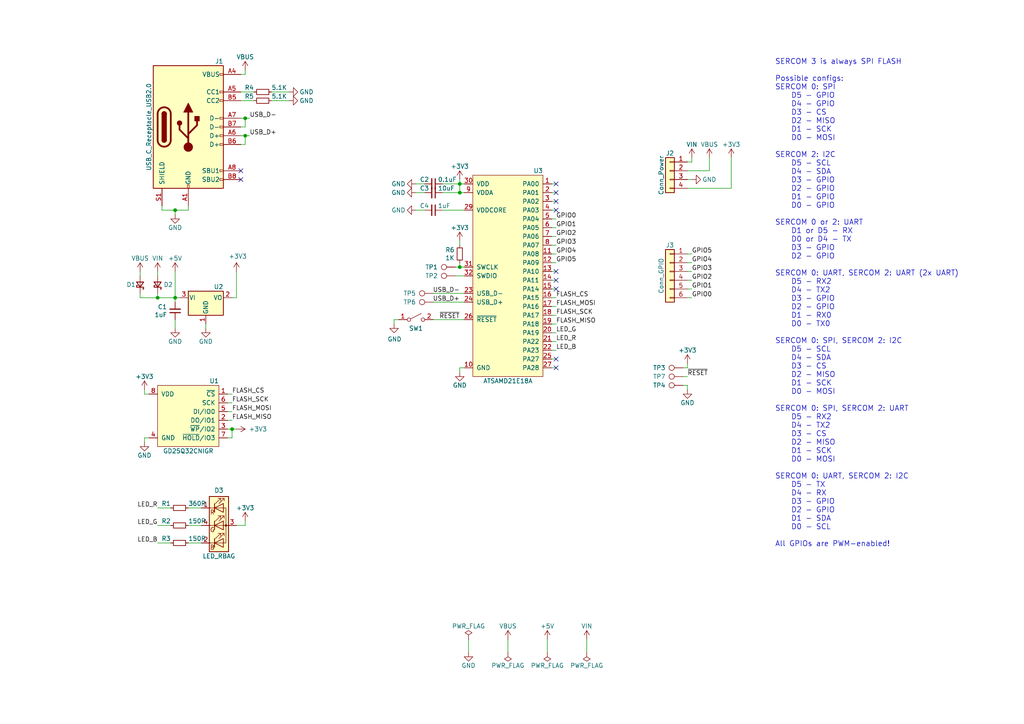
<source format=kicad_sch>
(kicad_sch (version 20230121) (generator eeschema)
  (paper "A4")
  (title_block (title "Serpente") (rev "2"))
  (lib_symbols
    (symbol "Connector:TestPoint" (pin_numbers hide) (pin_names (offset 0.762) hide)
      (property "Reference" "TP" (at 0 6.858 0))
      (property "Value" "TestPoint" (at 0 5.08 0))
      (symbol "TestPoint_0_1"
        (circle (center 0 3.302) (radius 0.762))
      )
      (symbol "TestPoint_1_1"
        (pin passive line (at 0 0 90) (length 2.54) (name "1") (number "1"))
      )
    )
    (symbol "Connector_Generic:Conn_01x04" (pin_names (offset 1.016) hide)
      (property "Reference" "J" (at 0 5.08 0))
      (property "Value" "Conn_01x04" (at 0 -7.62 0))
      (symbol "Conn_01x04_1_1"
        (rectangle (start -1.27 -4.953) (end 0 -5.207) (stroke (width 0.1524)))
        (rectangle (start -1.27 -2.413) (end 0 -2.667) (stroke (width 0.1524)))
        (rectangle (start -1.27 0.127) (end 0 -0.127) (stroke (width 0.1524)))
        (rectangle (start -1.27 2.667) (end 0 2.413) (stroke (width 0.1524)))
        (rectangle (start -1.27 3.81) (end 1.27 -6.35) (stroke (width 0.254)) (fill (type background)))
        (pin passive line (at -5.08 2.54 0) (length 3.81) (name "Pin_1") (number "1"))
        (pin passive line (at -5.08 0 0) (length 3.81) (name "Pin_2") (number "2"))
        (pin passive line (at -5.08 -2.54 0) (length 3.81) (name "Pin_3") (number "3"))
        (pin passive line (at -5.08 -5.08 0) (length 3.81) (name "Pin_4") (number "4"))
      )
    )
    (symbol "Connector_Generic:Conn_01x06" (pin_names (offset 1.016) hide)
      (property "Reference" "J" (at 0 7.62 0))
      (property "Value" "Conn_01x06" (at 0 -10.16 0))
      (symbol "Conn_01x06_1_1"
        (rectangle (start -1.27 -7.493) (end 0 -7.747) (stroke (width 0.1524)))
        (rectangle (start -1.27 -4.953) (end 0 -5.207) (stroke (width 0.1524)))
        (rectangle (start -1.27 -2.413) (end 0 -2.667) (stroke (width 0.1524)))
        (rectangle (start -1.27 0.127) (end 0 -0.127) (stroke (width 0.1524)))
        (rectangle (start -1.27 2.667) (end 0 2.413) (stroke (width 0.1524)))
        (rectangle (start -1.27 5.207) (end 0 4.953) (stroke (width 0.1524)))
        (rectangle (start -1.27 6.35) (end 1.27 -8.89) (stroke (width 0.254)) (fill (type background)))
        (pin passive line (at -5.08 5.08 0) (length 3.81) (name "Pin_1") (number "1"))
        (pin passive line (at -5.08 2.54 0) (length 3.81) (name "Pin_2") (number "2"))
        (pin passive line (at -5.08 0 0) (length 3.81) (name "Pin_3") (number "3"))
        (pin passive line (at -5.08 -2.54 0) (length 3.81) (name "Pin_4") (number "4"))
        (pin passive line (at -5.08 -5.08 0) (length 3.81) (name "Pin_5") (number "5"))
        (pin passive line (at -5.08 -7.62 0) (length 3.81) (name "Pin_6") (number "6"))
      )
    )
    (symbol "Device:C_Small" (pin_numbers hide) (pin_names (offset 0.254) hide)
      (property "Reference" "C" (at 0.254 1.778 0))
      (property "Value" "C_Small" (at 0.254 -2.032 0))
      (symbol "C_Small_0_1"
        (polyline (pts (xy -1.524 -0.508) (xy 1.524 -0.508)) (stroke (width 0.3302)))
        (polyline (pts (xy -1.524 0.508) (xy 1.524 0.508)) (stroke (width 0.3048)))
      )
      (symbol "C_Small_1_1"
        (pin passive line (at 0 2.54 270) (length 2.032) (name "~") (number "1"))
        (pin passive line (at 0 -2.54 90) (length 2.032) (name "~") (number "2"))
      )
    )
    (symbol "Device:D_Schottky_Small" (pin_numbers hide) (pin_names (offset 0.254) hide)
      (property "Reference" "D" (at -1.27 2.032 0))
      (property "Value" "D_Schottky_Small" (at -7.112 -2.032 0))
      (symbol "D_Schottky_Small_0_1"
        (polyline (pts (xy -0.762 0) (xy 0.762 0)))
        (polyline (pts (xy 0.762 -1.016) (xy -0.762 0) (xy 0.762 1.016) (xy 0.762 -1.016)) (stroke (width 0.254)))
        (polyline (pts (xy -1.27 0.762) (xy -1.27 1.016) (xy -0.762 1.016) (xy -0.762 -1.016) (xy -0.254 -1.016) (xy -0.254 -0.762)) (stroke (width 0.254)))
      )
      (symbol "D_Schottky_Small_1_1"
        (pin passive line (at -2.54 0 0) (length 1.778) (name "K") (number "1"))
        (pin passive line (at 2.54 0 180) (length 1.778) (name "A") (number "2"))
      )
    )
    (symbol "Device:R_Small" (pin_numbers hide) (pin_names (offset 0.254) hide)
      (property "Reference" "R" (at 0.762 0.508 0))
      (property "Value" "R_Small" (at 0.762 -1.016 0))
      (symbol "R_Small_0_1"
        (rectangle (start -0.762 1.778) (end 0.762 -1.778) (stroke (width 0.2032)))
      )
      (symbol "R_Small_1_1"
        (pin passive line (at 0 2.54 270) (length 0.762) (name "~") (number "1"))
        (pin passive line (at 0 -2.54 90) (length 0.762) (name "~") (number "2"))
      )
    )
    (symbol "Switch:SW_SPST" (pin_names (offset 0) hide)
      (property "Reference" "SW" (at 0 3.175 0))
      (property "Value" "SW_SPST" (at 0 -2.54 0))
      (symbol "SW_SPST_0_0"
        (circle (center -2.032 0) (radius 0.508))
        (polyline (pts (xy -1.524 0.254) (xy 1.524 1.778)))
        (circle (center 2.032 0) (radius 0.508))
      )
      (symbol "SW_SPST_1_1"
        (pin passive line (at -5.08 0 0) (length 2.54) (name "A") (number "1"))
        (pin passive line (at 5.08 0 180) (length 2.54) (name "B") (number "2"))
      )
    )
    (symbol "power:+5V" (power) (pin_names (offset 0))
      (property "Value" "+5V" (at 0 3.556 0))
      (symbol "+5V_0_1"
        (polyline (pts (xy -0.762 1.27) (xy 0 2.54)))
        (polyline (pts (xy 0 0) (xy 0 2.54)))
        (polyline (pts (xy 0 2.54) (xy 0.762 1.27)))
      )
      (symbol "+5V_1_1"
        (pin power_in line (at 0 0 90) (length 0) hide (name "+5V") (number "1"))
      )
    )
    (symbol "power:GND" (power) (pin_names (offset 0))
      (property "Value" "GND" (at 0 -3.81 0))
      (symbol "GND_0_1"
        (polyline (pts (xy 0 0) (xy 0 -1.27) (xy 1.27 -1.27) (xy 0 -2.54) (xy -1.27 -1.27) (xy 0 -1.27)))
      )
      (symbol "GND_1_1"
        (pin power_in line (at 0 0 270) (length 0) hide (name "GND") (number "1"))
      )
    )
    (symbol "power:PWR_FLAG" (power) (pin_numbers hide) (pin_names (offset 0) hide)
      (property "Value" "PWR_FLAG" (at 0 3.81 0))
      (symbol "PWR_FLAG_0_0"
        (pin power_out line (at 0 0 90) (length 0) (name "pwr") (number "1"))
      )
      (symbol "PWR_FLAG_0_1"
        (polyline (pts (xy 0 0) (xy 0 1.27) (xy -1.016 1.905) (xy 0 2.54) (xy 1.016 1.905) (xy 0 1.27)))
      )
    )
    (symbol "power:VBUS" (power) (pin_names (offset 0))
      (property "Value" "VBUS" (at 0 3.81 0))
      (symbol "VBUS_0_1"
        (polyline (pts (xy -0.762 1.27) (xy 0 2.54)))
        (polyline (pts (xy 0 0) (xy 0 2.54)))
        (polyline (pts (xy 0 2.54) (xy 0.762 1.27)))
      )
      (symbol "VBUS_1_1"
        (pin power_in line (at 0 0 90) (length 0) hide (name "VBUS") (number "1"))
      )
    )
    (symbol "serpente-rescue:+3.3V-power" (power) (pin_names (offset 0))
      (property "Value" "+3.3V-power" (at 0 3.556 0))
      (symbol "+3.3V-power_0_1"
        (polyline (pts (xy -0.762 1.27) (xy 0 2.54)))
        (polyline (pts (xy 0 0) (xy 0 2.54)))
        (polyline (pts (xy 0 2.54) (xy 0.762 1.27)))
      )
      (symbol "+3.3V-power_1_1"
        (pin power_in line (at 0 0 90) (length 0) hide (name "+3V3") (number "1"))
      )
    )
    (symbol "serpente-rescue:ATSAMD21E1xA-MCU_Microchip_SAMD_Extra" (pin_names (offset 1.016))
      (property "Reference" "U" (at 10.16 31.75 0))
      (property "Value" "MCU_Microchip_SAMD_Extra_ATSAMD21E1xA" (at 0 -29.21 0))
      (symbol "ATSAMD21E1xA-MCU_Microchip_SAMD_Extra_0_1"
        (rectangle (start -10.16 30.48) (end 10.16 -27.94) (fill (type background)))
      )
      (symbol "ATSAMD21E1xA-MCU_Microchip_SAMD_Extra_1_1"
        (pin bidirectional line (at 12.7 27.94 180) (length 2.54) (name "PA00") (number "1"))
        (pin power_in line (at -12.7 -25.4 0) (length 2.54) (name "GND") (number "10"))
        (pin bidirectional line (at 12.7 7.62 180) (length 2.54) (name "PA08") (number "11"))
        (pin bidirectional line (at 12.7 5.08 180) (length 2.54) (name "PA09") (number "12"))
        (pin bidirectional line (at 12.7 2.54 180) (length 2.54) (name "PA10") (number "13"))
        (pin bidirectional line (at 12.7 0 180) (length 2.54) (name "PA11") (number "14"))
        (pin bidirectional line (at 12.7 -2.54 180) (length 2.54) (name "PA14") (number "15"))
        (pin bidirectional line (at 12.7 -5.08 180) (length 2.54) (name "PA15") (number "16"))
        (pin bidirectional line (at 12.7 -7.62 180) (length 2.54) (name "PA16") (number "17"))
        (pin bidirectional line (at 12.7 -10.16 180) (length 2.54) (name "PA17") (number "18"))
        (pin bidirectional line (at 12.7 -12.7 180) (length 2.54) (name "PA18") (number "19"))
        (pin bidirectional line (at 12.7 25.4 180) (length 2.54) (name "PA01") (number "2"))
        (pin bidirectional line (at 12.7 -15.24 180) (length 2.54) (name "PA19") (number "20"))
        (pin bidirectional line (at 12.7 -17.78 180) (length 2.54) (name "PA22") (number "21"))
        (pin bidirectional line (at 12.7 -20.32 180) (length 2.54) (name "PA23") (number "22"))
        (pin bidirectional line (at -12.7 -3.81 0) (length 2.54) (name "USB_D-") (number "23"))
        (pin bidirectional line (at -12.7 -6.35 0) (length 2.54) (name "USB_D+") (number "24"))
        (pin bidirectional line (at 12.7 -22.86 180) (length 2.54) (name "PA27") (number "25"))
        (pin input line (at -12.7 -11.43 0) (length 2.54) (name "~{RESET}") (number "26"))
        (pin bidirectional line (at 12.7 -25.4 180) (length 2.54) (name "PA28") (number "27"))
        (pin passive line (at -12.7 -25.4 0) (length 2.54) hide (name "GND") (number "28"))
        (pin power_out line (at -12.7 20.32 0) (length 2.54) (name "VDDCORE") (number "29"))
        (pin bidirectional line (at 12.7 22.86 180) (length 2.54) (name "PA02") (number "3"))
        (pin power_in line (at -12.7 27.94 0) (length 2.54) (name "VDD") (number "30"))
        (pin input line (at -12.7 3.81 0) (length 2.54) (name "SWCLK") (number "31"))
        (pin bidirectional line (at -12.7 1.27 0) (length 2.54) (name "SWDIO") (number "32"))
        (pin bidirectional line (at 12.7 20.32 180) (length 2.54) (name "PA03") (number "4"))
        (pin bidirectional line (at 12.7 17.78 180) (length 2.54) (name "PA04") (number "5"))
        (pin bidirectional line (at 12.7 15.24 180) (length 2.54) (name "PA05") (number "6"))
        (pin bidirectional line (at 12.7 12.7 180) (length 2.54) (name "PA06") (number "7"))
        (pin bidirectional line (at 12.7 10.16 180) (length 2.54) (name "PA07") (number "8"))
        (pin power_in line (at -12.7 25.4 0) (length 2.54) (name "VDDA") (number "9"))
      )
    )
    (symbol "serpente-rescue:GD25Q32C-Memory_Flash_Extra" (pin_names (offset 1.016))
      (property "Reference" "U" (at 8.89 10.16 0))
      (property "Value" "Memory_Flash_Extra_GD25Q32C" (at 0 -10.16 0))
      (symbol "GD25Q32C-Memory_Flash_Extra_0_1"
        (rectangle (start -8.89 8.89) (end 8.89 -8.89) (fill (type background)))
      )
      (symbol "GD25Q32C-Memory_Flash_Extra_1_1"
        (pin input line (at 11.43 6.35 180) (length 2.54) (name "~{CS}") (number "1"))
        (pin bidirectional line (at 11.43 -1.27 180) (length 2.54) (name "DO/IO1") (number "2"))
        (pin bidirectional line (at 11.43 -3.81 180) (length 2.54) (name "~{WP}/IO2") (number "3"))
        (pin power_in line (at -11.43 -6.35 0) (length 2.54) (name "GND") (number "4"))
        (pin bidirectional line (at 11.43 1.27 180) (length 2.54) (name "DI/IO0") (number "5"))
        (pin input line (at 11.43 3.81 180) (length 2.54) (name "SCK") (number "6"))
        (pin bidirectional line (at 11.43 -6.35 180) (length 2.54) (name "~{HOLD}/IO3") (number "7"))
        (pin power_in line (at -11.43 6.35 0) (length 2.54) (name "VDD") (number "8"))
      )
    )
    (symbol "serpente-rescue:LED_RBAG-Device_Extra" (pin_names (offset 0) hide)
      (property "Reference" "D" (at 0 9.398 0))
      (property "Value" "Device_Extra_LED_RBAG" (at 0 -8.89 0))
      (symbol "LED_RBAG-Device_Extra_0_0"
        (text "B" (at -1.905 -6.35 0) (effects (font (size 1.27 1.27))))
        (text "G" (at -1.905 -1.27 0) (effects (font (size 1.27 1.27))))
        (text "R" (at -1.905 3.81 0) (effects (font (size 1.27 1.27))))
      )
      (symbol "LED_RBAG-Device_Extra_0_1"
        (polyline (pts (xy -1.27 -5.08) (xy -2.54 -5.08)))
        (polyline (pts (xy -1.27 -5.08) (xy 1.27 -5.08)))
        (polyline (pts (xy -1.27 -3.81) (xy -1.27 -6.35)))
        (polyline (pts (xy -1.27 -3.81) (xy -1.27 -6.35)) (stroke (width 0.2032)))
        (polyline (pts (xy -1.27 0) (xy -2.54 0)))
        (polyline (pts (xy -1.27 0) (xy 1.27 0)))
        (polyline (pts (xy -1.27 1.27) (xy -1.27 -1.27)) (stroke (width 0.2032)))
        (polyline (pts (xy -1.27 5.08) (xy -2.54 5.08)))
        (polyline (pts (xy -1.27 6.35) (xy -1.27 3.81)) (stroke (width 0.2032)))
        (polyline (pts (xy 1.27 0) (xy 2.54 0)))
        (polyline (pts (xy 1.27 5.08) (xy -1.27 5.08)))
        (polyline (pts (xy -1.27 1.27) (xy -1.27 -1.27) (xy -1.27 -1.27)))
        (polyline (pts (xy -1.27 6.35) (xy -1.27 3.81) (xy -1.27 3.81)))
        (polyline (pts (xy 1.27 -5.08) (xy 2.032 -5.08) (xy 2.032 5.08) (xy 1.27 5.08)))
        (polyline (pts (xy 1.27 -3.81) (xy 1.27 -6.35) (xy -1.27 -5.08) (xy 1.27 -3.81)) (stroke (width 0.2032)))
        (polyline (pts (xy 1.27 1.27) (xy 1.27 -1.27) (xy -1.27 0) (xy 1.27 1.27)) (stroke (width 0.2032)))
        (polyline (pts (xy 1.27 6.35) (xy 1.27 3.81) (xy -1.27 5.08) (xy 1.27 6.35)) (stroke (width 0.2032)))
        (polyline (pts (xy -1.016 -3.81) (xy 0.508 -2.286) (xy -0.254 -2.286) (xy 0.508 -2.286) (xy 0.508 -3.048)))
        (polyline (pts (xy -1.016 1.27) (xy 0.508 2.794) (xy -0.254 2.794) (xy 0.508 2.794) (xy 0.508 2.032)))
        (polyline (pts (xy -1.016 6.35) (xy 0.508 7.874) (xy -0.254 7.874) (xy 0.508 7.874) (xy 0.508 7.112)))
        (polyline (pts (xy 0 -3.81) (xy 1.524 -2.286) (xy 0.762 -2.286) (xy 1.524 -2.286) (xy 1.524 -3.048)))
        (polyline (pts (xy 0 1.27) (xy 1.524 2.794) (xy 0.762 2.794) (xy 1.524 2.794) (xy 1.524 2.032)))
        (polyline (pts (xy 0 6.35) (xy 1.524 7.874) (xy 0.762 7.874) (xy 1.524 7.874) (xy 1.524 7.112)))
        (rectangle (start 1.27 -1.27) (end 1.27 1.27))
        (rectangle (start 1.27 1.27) (end 1.27 1.27))
        (rectangle (start 1.27 3.81) (end 1.27 6.35))
        (rectangle (start 1.27 6.35) (end 1.27 6.35))
        (circle (center 2.032 0) (radius 0.254) (fill (type outline)))
        (rectangle (start 2.794 8.382) (end -2.794 -7.62) (stroke (width 0.254)) (fill (type background)))
      )
      (symbol "LED_RBAG-Device_Extra_1_1"
        (pin passive line (at -5.08 5.08 0) (length 2.54) (name "RK") (number "1"))
        (pin passive line (at -5.08 -5.08 0) (length 2.54) (name "BK") (number "2"))
        (pin passive line (at 5.08 0 180) (length 2.54) (name "A") (number "3"))
        (pin passive line (at -5.08 0 0) (length 2.54) (name "GK") (number "4"))
      )
    )
    (symbol "serpente-rescue:MCP1700-3302E_SOT23-Regulator_Linear" (pin_names (offset 0.254))
      (property "Reference" "U" (at -3.81 3.175 0))
      (property "Value" "Regulator_Linear_MCP1700-3302E_SOT23" (at 0 3.175 0))
      (symbol "MCP1700-3302E_SOT23-Regulator_Linear_0_1"
        (rectangle (start -5.08 1.905) (end 5.08 -5.08) (stroke (width 0.254)) (fill (type background)))
      )
      (symbol "MCP1700-3302E_SOT23-Regulator_Linear_1_1"
        (pin power_in line (at 0 -7.62 90) (length 2.54) (name "GND") (number "1"))
        (pin power_out line (at 7.62 0 180) (length 2.54) (name "VO") (number "2"))
        (pin power_in line (at -7.62 0 0) (length 2.54) (name "VI") (number "3"))
      )
    )
    (symbol "serpente-rescue:USB_C_Receptacle_USB2.0-Connector" (pin_names (offset 1.016))
      (property "Reference" "J" (at -10.16 19.05 0))
      (property "Value" "Connector_USB_C_Receptacle_USB2.0" (at 19.05 19.05 0))
      (symbol "USB_C_Receptacle_USB2.0-Connector_0_0"
        (rectangle (start -0.254 -17.78) (end 0.254 -16.764))
        (rectangle (start 10.16 -14.986) (end 9.144 -15.494))
        (rectangle (start 10.16 -12.446) (end 9.144 -12.954))
        (rectangle (start 10.16 -4.826) (end 9.144 -5.334))
        (rectangle (start 10.16 -2.286) (end 9.144 -2.794))
        (rectangle (start 10.16 0.254) (end 9.144 -0.254))
        (rectangle (start 10.16 2.794) (end 9.144 2.286))
        (rectangle (start 10.16 7.874) (end 9.144 7.366))
        (rectangle (start 10.16 10.414) (end 9.144 9.906))
        (rectangle (start 10.16 15.494) (end 9.144 14.986))
      )
      (symbol "USB_C_Receptacle_USB2.0-Connector_0_1"
        (rectangle (start -10.16 17.78) (end 10.16 -17.78) (stroke (width 0.254)) (fill (type background)))
        (arc (start -8.89 -3.81) (mid -6.985 -5.7067) (end -5.08 -3.81) (stroke (width 0.508)))
        (arc (start -7.62 -3.81) (mid -6.985 -4.4423) (end -6.35 -3.81) (stroke (width 0.254)))
        (arc (start -7.62 -3.81) (mid -6.985 -4.4423) (end -6.35 -3.81) (stroke (width 0.254)) (fill (type outline)))
        (rectangle (start -7.62 -3.81) (end -6.35 3.81) (stroke (width 0.254)) (fill (type outline)))
        (arc (start -6.35 3.81) (mid -6.985 4.4423) (end -7.62 3.81) (stroke (width 0.254)))
        (arc (start -6.35 3.81) (mid -6.985 4.4423) (end -7.62 3.81) (stroke (width 0.254)) (fill (type outline)))
        (arc (start -5.08 3.81) (mid -6.985 5.7067) (end -8.89 3.81) (stroke (width 0.508)))
        (circle (center -2.54 1.143) (radius 0.635) (stroke (width 0.254)) (fill (type outline)))
        (circle (center 0 -5.842) (radius 1.27) (fill (type outline)))
        (polyline (pts (xy -8.89 -3.81) (xy -8.89 3.81)) (stroke (width 0.508)))
        (polyline (pts (xy -5.08 3.81) (xy -5.08 -3.81)) (stroke (width 0.508)))
        (polyline (pts (xy 0 -5.842) (xy 0 4.318)) (stroke (width 0.508)))
        (polyline (pts (xy 0 -3.302) (xy -2.54 -0.762) (xy -2.54 0.508)) (stroke (width 0.508)))
        (polyline (pts (xy 0 -2.032) (xy 2.54 0.508) (xy 2.54 1.778)) (stroke (width 0.508)))
        (polyline (pts (xy -1.27 4.318) (xy 0 6.858) (xy 1.27 4.318) (xy -1.27 4.318)) (stroke (width 0.254)) (fill (type outline)))
        (rectangle (start 1.905 1.778) (end 3.175 3.048) (stroke (width 0.254)) (fill (type outline)))
      )
      (symbol "USB_C_Receptacle_USB2.0-Connector_1_1"
        (pin power_in line (at 0 -22.86 90) (length 5.08) (name "GND") (number "A1"))
        (pin passive line (at 0 -22.86 90) (length 5.08) hide (name "GND") (number "A12"))
        (pin power_in line (at 15.24 15.24 180) (length 5.08) (name "VBUS") (number "A4"))
        (pin bidirectional line (at 15.24 10.16 180) (length 5.08) (name "CC1") (number "A5"))
        (pin bidirectional line (at 15.24 -2.54 180) (length 5.08) (name "D+") (number "A6"))
        (pin bidirectional line (at 15.24 2.54 180) (length 5.08) (name "D-") (number "A7"))
        (pin bidirectional line (at 15.24 -12.7 180) (length 5.08) (name "SBU1") (number "A8"))
        (pin passive line (at 15.24 15.24 180) (length 5.08) hide (name "VBUS") (number "A9"))
        (pin passive line (at 0 -22.86 90) (length 5.08) hide (name "GND") (number "B1"))
        (pin passive line (at 0 -22.86 90) (length 5.08) hide (name "GND") (number "B12"))
        (pin passive line (at 15.24 15.24 180) (length 5.08) hide (name "VBUS") (number "B4"))
        (pin bidirectional line (at 15.24 7.62 180) (length 5.08) (name "CC2") (number "B5"))
        (pin bidirectional line (at 15.24 -5.08 180) (length 5.08) (name "D+") (number "B6"))
        (pin bidirectional line (at 15.24 0 180) (length 5.08) (name "D-") (number "B7"))
        (pin bidirectional line (at 15.24 -15.24 180) (length 5.08) (name "SBU2") (number "B8"))
        (pin passive line (at 15.24 15.24 180) (length 5.08) hide (name "VBUS") (number "B9"))
        (pin passive line (at -7.62 -22.86 90) (length 5.08) (name "SHIELD") (number "S1"))
      )
    )
    (symbol "serpente-rescue:VIN-power_extra" (power) (pin_names (offset 0))
      (property "Value" "VIN-power_extra" (at 0 3.556 0))
      (symbol "VIN-power_extra_0_1"
        (polyline (pts (xy -0.762 1.27) (xy 0 2.54)))
        (polyline (pts (xy 0 0) (xy 0 2.54)))
        (polyline (pts (xy 0 2.54) (xy 0.762 1.27)))
      )
      (symbol "VIN-power_extra_1_1"
        (pin power_in line (at 0 0 90) (length 0) hide (name "VIN") (number "1"))
      )
    )
  )
  (junction (at 71.12 39.37))
  (junction (at 133.35 53.34))
  (junction (at 67.31 124.46))
  (junction (at 133.35 55.88))
  (junction (at 45.72 86.36))
  (junction (at 133.35 77.47))
  (junction (at 50.8 86.36))
  (junction (at 50.8 60.96))
  (junction (at 71.12 34.29))
  (no_connect (at 161.29 60.96))
  (no_connect (at 161.29 78.74))
  (no_connect (at 161.29 104.14))
  (no_connect (at 69.85 52.07))
  (no_connect (at 161.29 83.82))
  (no_connect (at 161.29 106.68))
  (no_connect (at 161.29 55.88))
  (no_connect (at 161.29 58.42))
  (no_connect (at 69.85 49.53))
  (no_connect (at 161.29 81.28))
  (no_connect (at 161.29 53.34))
  (wire (pts (xy 66.04 119.38) (xy 67.31 119.38)))
  (wire (pts (xy 45.72 157.48) (xy 49.53 157.48)))
  (wire (pts (xy 69.85 41.91) (xy 71.12 41.91)))
  (wire (pts (xy 160.02 106.68) (xy 161.29 106.68)))
  (wire (pts (xy 71.12 39.37) (xy 72.39 39.37)))
  (wire (pts (xy 40.64 86.36) (xy 40.64 85.09)))
  (wire (pts (xy 135.89 185.42) (xy 135.89 189.23)))
  (wire (pts (xy 170.18 185.42) (xy 170.18 189.23)))
  (wire (pts (xy 200.66 46.99) (xy 200.66 45.72)))
  (wire (pts (xy 160.02 93.98) (xy 161.29 93.98)))
  (wire (pts (xy 147.32 185.42) (xy 147.32 189.23)))
  (wire (pts (xy 199.39 73.66) (xy 200.66 73.66)))
  (wire (pts (xy 50.8 86.36) (xy 50.8 78.74)))
  (wire (pts (xy 198.12 111.76) (xy 199.39 111.76)))
  (wire (pts (xy 123.19 55.88) (xy 120.65 55.88)))
  (wire (pts (xy 69.85 29.21) (xy 73.66 29.21)))
  (wire (pts (xy 78.74 26.67) (xy 83.82 26.67)))
  (wire (pts (xy 67.31 127) (xy 67.31 124.46)))
  (wire (pts (xy 45.72 86.36) (xy 40.64 86.36)))
  (wire (pts (xy 45.72 80.01) (xy 45.72 78.74)))
  (wire (pts (xy 68.58 152.4) (xy 71.12 152.4)))
  (wire (pts (xy 133.35 106.68) (xy 133.35 107.95)))
  (wire (pts (xy 69.85 26.67) (xy 73.66 26.67)))
  (wire (pts (xy 160.02 86.36) (xy 161.29 86.36)))
  (wire (pts (xy 69.85 34.29) (xy 71.12 34.29)))
  (wire (pts (xy 54.61 147.32) (xy 58.42 147.32)))
  (wire (pts (xy 160.02 63.5) (xy 161.29 63.5)))
  (wire (pts (xy 134.62 55.88) (xy 133.35 55.88)))
  (wire (pts (xy 160.02 81.28) (xy 161.29 81.28)))
  (wire (pts (xy 66.04 127) (xy 67.31 127)))
  (wire (pts (xy 71.12 34.29) (xy 72.39 34.29)))
  (wire (pts (xy 71.12 41.91) (xy 71.12 39.37)))
  (wire (pts (xy 160.02 91.44) (xy 161.29 91.44)))
  (wire (pts (xy 199.39 52.07) (xy 200.66 52.07)))
  (wire (pts (xy 67.31 124.46) (xy 68.58 124.46)))
  (wire (pts (xy 198.12 109.22) (xy 199.39 109.22)))
  (wire (pts (xy 59.69 93.98) (xy 59.69 95.25)))
  (wire (pts (xy 160.02 55.88) (xy 161.29 55.88)))
  (wire (pts (xy 160.02 73.66) (xy 161.29 73.66)))
  (wire (pts (xy 50.8 86.36) (xy 50.8 87.63)))
  (wire (pts (xy 199.39 76.2) (xy 200.66 76.2)))
  (wire (pts (xy 66.04 114.3) (xy 67.31 114.3)))
  (wire (pts (xy 133.35 71.12) (xy 133.35 69.85)))
  (wire (pts (xy 133.35 53.34) (xy 128.27 53.34)))
  (wire (pts (xy 52.07 86.36) (xy 50.8 86.36)))
  (wire (pts (xy 54.61 60.96) (xy 54.61 59.69)))
  (wire (pts (xy 199.39 46.99) (xy 200.66 46.99)))
  (wire (pts (xy 160.02 53.34) (xy 161.29 53.34)))
  (wire (pts (xy 160.02 104.14) (xy 161.29 104.14)))
  (wire (pts (xy 160.02 78.74) (xy 161.29 78.74)))
  (wire (pts (xy 133.35 77.47) (xy 132.08 77.47)))
  (wire (pts (xy 125.73 92.71) (xy 134.62 92.71)))
  (wire (pts (xy 71.12 21.59) (xy 71.12 20.32)))
  (wire (pts (xy 41.91 114.3) (xy 41.91 113.03)))
  (wire (pts (xy 49.53 147.32) (xy 45.72 147.32)))
  (wire (pts (xy 160.02 58.42) (xy 161.29 58.42)))
  (wire (pts (xy 66.04 121.92) (xy 67.31 121.92)))
  (wire (pts (xy 199.39 111.76) (xy 199.39 113.03)))
  (wire (pts (xy 133.35 53.34) (xy 133.35 52.07)))
  (wire (pts (xy 160.02 71.12) (xy 161.29 71.12)))
  (wire (pts (xy 50.8 60.96) (xy 50.8 62.23)))
  (wire (pts (xy 114.3 92.71) (xy 114.3 93.98)))
  (wire (pts (xy 133.35 77.47) (xy 133.35 76.2)))
  (wire (pts (xy 134.62 53.34) (xy 133.35 53.34)))
  (wire (pts (xy 199.39 81.28) (xy 200.66 81.28)))
  (wire (pts (xy 133.35 55.88) (xy 133.35 53.34)))
  (wire (pts (xy 160.02 88.9) (xy 161.29 88.9)))
  (wire (pts (xy 66.04 124.46) (xy 67.31 124.46)))
  (wire (pts (xy 134.62 60.96) (xy 128.27 60.96)))
  (wire (pts (xy 199.39 83.82) (xy 200.66 83.82)))
  (wire (pts (xy 68.58 86.36) (xy 68.58 78.74)))
  (wire (pts (xy 125.73 85.09) (xy 134.62 85.09)))
  (wire (pts (xy 45.72 85.09) (xy 45.72 86.36)))
  (wire (pts (xy 50.8 60.96) (xy 54.61 60.96)))
  (wire (pts (xy 40.64 80.01) (xy 40.64 78.74)))
  (wire (pts (xy 160.02 76.2) (xy 161.29 76.2)))
  (wire (pts (xy 160.02 66.04) (xy 161.29 66.04)))
  (wire (pts (xy 54.61 152.4) (xy 58.42 152.4)))
  (wire (pts (xy 71.12 39.37) (xy 69.85 39.37)))
  (wire (pts (xy 128.27 55.88) (xy 133.35 55.88)))
  (wire (pts (xy 198.12 106.68) (xy 199.39 106.68)))
  (wire (pts (xy 78.74 29.21) (xy 83.82 29.21)))
  (wire (pts (xy 66.04 116.84) (xy 67.31 116.84)))
  (wire (pts (xy 160.02 99.06) (xy 161.29 99.06)))
  (wire (pts (xy 67.31 86.36) (xy 68.58 86.36)))
  (wire (pts (xy 134.62 80.01) (xy 132.08 80.01)))
  (wire (pts (xy 123.19 53.34) (xy 120.65 53.34)))
  (wire (pts (xy 41.91 127) (xy 41.91 128.27)))
  (wire (pts (xy 69.85 36.83) (xy 71.12 36.83)))
  (wire (pts (xy 199.39 54.61) (xy 212.09 54.61)))
  (wire (pts (xy 199.39 78.74) (xy 200.66 78.74)))
  (wire (pts (xy 212.09 54.61) (xy 212.09 45.72)))
  (wire (pts (xy 50.8 92.71) (xy 50.8 95.25)))
  (wire (pts (xy 71.12 36.83) (xy 71.12 34.29)))
  (wire (pts (xy 125.73 87.63) (xy 134.62 87.63)))
  (wire (pts (xy 160.02 60.96) (xy 161.29 60.96)))
  (wire (pts (xy 160.02 101.6) (xy 161.29 101.6)))
  (wire (pts (xy 115.57 92.71) (xy 114.3 92.71)))
  (wire (pts (xy 71.12 152.4) (xy 71.12 151.13)))
  (wire (pts (xy 46.99 60.96) (xy 50.8 60.96)))
  (wire (pts (xy 49.53 152.4) (xy 45.72 152.4)))
  (wire (pts (xy 160.02 83.82) (xy 161.29 83.82)))
  (wire (pts (xy 134.62 106.68) (xy 133.35 106.68)))
  (wire (pts (xy 199.39 49.53) (xy 205.74 49.53)))
  (wire (pts (xy 69.85 21.59) (xy 71.12 21.59)))
  (wire (pts (xy 205.74 49.53) (xy 205.74 45.72)))
  (wire (pts (xy 160.02 68.58) (xy 161.29 68.58)))
  (wire (pts (xy 43.18 114.3) (xy 41.91 114.3)))
  (wire (pts (xy 45.72 86.36) (xy 50.8 86.36)))
  (wire (pts (xy 43.18 127) (xy 41.91 127)))
  (wire (pts (xy 123.19 60.96) (xy 120.65 60.96)))
  (wire (pts (xy 46.99 59.69) (xy 46.99 60.96)))
  (wire (pts (xy 199.39 106.68) (xy 199.39 105.41)))
  (wire (pts (xy 199.39 86.36) (xy 200.66 86.36)))
  (wire (pts (xy 134.62 77.47) (xy 133.35 77.47)))
  (wire (pts (xy 158.75 185.42) (xy 158.75 189.23)))
  (wire (pts (xy 160.02 96.52) (xy 161.29 96.52)))
  (wire (pts (xy 54.61 157.48) (xy 58.42 157.48)))
  (text "SERCOM 3 is always SPI FLASH\n\nPossible configs:\nSERCOM 0: SPI\n    D5 - GPIO\n    D4 - GPIO\n    D3 - CS\n    D2 - MISO\n    D1 - SCK\n    D0 - MOSI\n    \nSERCOM 2: I2C\n    D5 - SCL\n    D4 - SDA\n    D3 - GPIO\n    D2 - GPIO\n    D1 - GPIO\n    D0 - GPIO\n\nSERCOM 0 or 2: UART\n    D1 or D5 - RX\n    D0 or D4 - TX\n    D3 - GPIO\n    D2 - GPIO\n\nSERCOM 0: UART, SERCOM 2: UART (2x UART)\n    D5 - RX2\n    D4 - TX2\n    D3 - GPIO\n    D2 - GPIO\n    D1 - RX0\n    D0 - TX0\n\nSERCOM 0: SPI, SERCOM 2: I2C\n    D5 - SCL\n    D4 - SDA\n    D3 - CS\n    D2 - MISO\n    D1 - SCK\n    D0 - MOSI\n\nSERCOM 0: SPI, SERCOM 2: UART\n    D5 - RX2\n    D4 - TX2\n    D3 - CS\n    D2 - MISO\n    D1 - SCK\n    D0 - MOSI\n\nSERCOM 0: UART, SERCOM 2: I2C\n    D5 - TX\n    D4 - RX\n    D3 - GPIO\n    D2 - GPIO\n    D1 - SDA\n    D0 - SCL\n\nAll GPIOs are PWM-enabled!" (at 224.79 158.75 0) (effects (font (size 1.524 1.524)) (justify left bottom)))
  (label "GPIO3" (at 200.66 78.74 0))
  (label "FLASH_MISO" (at 67.31 121.92 0))
  (label "USB_D-" (at 133.35 85.09 180))
  (label "LED_B" (at 45.72 157.48 180))
  (label "FLASH_CS" (at 161.29 86.36 0))
  (label "~{RESET}" (at 133.35 92.71 180))
  (label "GPIO4" (at 161.29 73.66 0))
  (label "GPIO4" (at 200.66 76.2 0))
  (label "GPIO1" (at 161.29 66.04 0))
  (label "USB_D-" (at 72.39 34.29 0))
  (label "FLASH_CS" (at 67.31 114.3 0))
  (label "USB_D+" (at 72.39 39.37 0))
  (label "LED_R" (at 161.29 99.06 0))
  (label "~{RESET}" (at 199.39 109.22 0))
  (label "USB_D+" (at 133.35 87.63 180))
  (label "FLASH_SCK" (at 161.29 91.44 0))
  (label "GPIO5" (at 200.66 73.66 0))
  (label "GPIO0" (at 200.66 86.36 0))
  (label "LED_R" (at 45.72 147.32 180))
  (label "GPIO1" (at 200.66 83.82 0))
  (label "GPIO2" (at 200.66 81.28 0))
  (label "FLASH_MOSI" (at 67.31 119.38 0))
  (label "FLASH_MOSI" (at 161.29 88.9 0))
  (label "LED_B" (at 161.29 101.6 0))
  (label "LED_G" (at 161.29 96.52 0))
  (label "GPIO3" (at 161.29 71.12 0))
  (label "GPIO5" (at 161.29 76.2 0))
  (label "FLASH_MISO" (at 161.29 93.98 0))
  (label "GPIO0" (at 161.29 63.5 0))
  (label "FLASH_SCK" (at 67.31 116.84 0))
  (label "LED_G" (at 45.72 152.4 180))
  (label "GPIO2" (at 161.29 68.58 0))
  (symbol (lib_id "power:GND") (at 50.8 62.23 0) (unit 1)
    (property "Reference" "#PWR04" (effects hide))
    (property "Value" "GND" (at 50.8 66.04 0))
  )
  (symbol (lib_id "power:VBUS") (at 71.12 20.32 0) (unit 1)
    (property "Reference" "#PWR012" (effects hide))
    (property "Value" "VBUS" (at 71.12 16.51 0))
  )
  (symbol (lib_id "serpente-rescue:USB_C_Receptacle_USB2.0-Connector") (at 54.61 36.83 0) (unit 1)
    (property "Reference" "J1" (at 64.77 17.78 0) (effects (justify right)))
    (property "Value" "USB_C_Receptacle_USB2.0" (at 43.18 36.83 90))
    (property "Footprint" "Connector_USB_Extra:USB_C_Receptacle_GT-USB-7010" (effects hide))
    (property "Datasheet" "https://www.usb.org/sites/default/files/documents/usb_type-c.zip" (effects hide))
    (property "LCSC" "C319148" (effects hide))
  )
  (symbol (lib_id "serpente-rescue:MCP1700-3302E_SOT23-Regulator_Linear") (at 59.69 86.36 0) (unit 1)
    (property "Reference" "U2" (at 64.77 83.185 0) (effects (justify right)))
    (property "Value" "MCP1700-3302E_SOT23" (effects hide))
    (property "Footprint" "Package_TO_SOT_SMD:SOT-23" (effects hide))
    (property "Datasheet" "http://ww1.microchip.com/downloads/en/DeviceDoc/20001826D.pdf" (effects hide))
    (property "LCSC" "C83932" (effects hide))
  )
  (symbol (lib_id "power:GND") (at 59.69 95.25 0) (unit 1)
    (property "Reference" "#PWR09" (effects hide))
    (property "Value" "GND" (at 59.69 99.06 0))
  )
  (symbol (lib_id "Device:D_Schottky_Small") (at 40.64 82.55 270) (mirror x) (unit 1)
    (property "Reference" "D1" (at 39.37 82.55 90) (effects (justify right)))
    (property "Value" "D_Schottky_Small" (effects hide))
    (property "Footprint" "Diode_SMD:D_SOD-323_HandSoldering" (effects hide))
    (property "LCSC" "C114023" (effects hide))
  )
  (symbol (lib_id "Device:D_Schottky_Small") (at 45.72 82.55 270) (mirror x) (unit 1)
    (property "Reference" "D2" (at 47.4472 82.55 90) (effects (justify left)))
    (property "Value" "D_Schottky_Small" (effects hide))
    (property "Footprint" "Diode_SMD:D_SOD-323_HandSoldering" (effects hide))
    (property "LCSC" "C114023" (effects hide))
  )
  (symbol (lib_id "power:VBUS") (at 40.64 78.74 0) (unit 1)
    (property "Reference" "#PWR02" (effects hide))
    (property "Value" "VBUS" (at 40.64 74.93 0))
  )
  (symbol (lib_id "serpente-rescue:+3.3V-power") (at 68.58 78.74 0) (unit 1)
    (property "Reference" "#PWR011" (effects hide))
    (property "Value" "+3.3V" (at 68.961 74.3458 0))
  )
  (symbol (lib_id "Device:C_Small") (at 50.8 90.17 0) (mirror x) (unit 1)
    (property "Reference" "C1" (at 48.4632 89.0016 0) (effects (justify right)))
    (property "Value" "1uF" (at 48.4632 91.313 0) (effects (justify right)))
    (property "Footprint" "Capacitor_SMD:C_0603_1608Metric" (effects hide))
  )
  (symbol (lib_id "power:GND") (at 50.8 95.25 0) (unit 1)
    (property "Reference" "#PWR06" (effects hide))
    (property "Value" "GND" (at 50.8 99.06 0))
  )
  (symbol (lib_id "Switch:SW_SPST") (at 120.65 92.71 0) (unit 1)
    (property "Reference" "SW1" (at 120.65 95.25 0))
    (property "Value" "SW_RESET" (effects hide))
    (property "Footprint" "Button_Switch_SMD:SW_SPST_B3U-1000P-B" (effects hide))
    (property "LCSC" "C128937" (effects hide))
  )
  (symbol (lib_id "power:GND") (at 114.3 93.98 0) (unit 1)
    (property "Reference" "#PWR018" (effects hide))
    (property "Value" "GND" (at 114.427 98.3742 0))
  )
  (symbol (lib_id "serpente-rescue:GD25Q32C-Memory_Flash_Extra") (at 54.61 120.65 0) (unit 1)
    (property "Reference" "U1" (at 63.5 110.49 0) (effects (justify right)))
    (property "Value" "GD25Q32CNIGR" (at 54.61 130.81 0))
    (property "Footprint" "Package_SON_Extra:USON-8_3x4mm_P0.8mm" (effects hide))
  )
  (symbol (lib_id "serpente-rescue:ATSAMD21E1xA-MCU_Microchip_SAMD_Extra") (at 147.32 81.28 0) (unit 1)
    (property "Reference" "U3" (at 157.48 49.53 0) (effects (justify right)))
    (property "Value" "ATSAMD21E18A" (at 147.32 110.49 0))
    (property "Footprint" "Package_DFN_QFN:QFN-32-1EP_5x5mm_P0.5mm_EP3.6x3.6mm" (effects hide))
  )
  (symbol (lib_id "power:GND") (at 133.35 107.95 0) (unit 1)
    (property "Reference" "#PWR021" (effects hide))
    (property "Value" "GND" (at 133.35 111.76 0))
  )
  (symbol (lib_id "Device:R_Small") (at 133.35 73.66 0) (mirror x) (unit 1)
    (property "Reference" "R6" (at 131.8514 72.4916 0) (effects (justify right)))
    (property "Value" "1K" (at 131.8514 74.803 0) (effects (justify right)))
    (property "Footprint" "Resistor_SMD:R_0603_1608Metric" (effects hide))
  )
  (symbol (lib_id "serpente-rescue:+3.3V-power") (at 133.35 69.85 0) (unit 1)
    (property "Reference" "#PWR020" (effects hide))
    (property "Value" "+3.3V" (at 133.35 66.04 0))
  )
  (symbol (lib_id "serpente-rescue:+3.3V-power") (at 133.35 52.07 0) (unit 1)
    (property "Reference" "#PWR019" (effects hide))
    (property "Value" "+3.3V" (at 133.35 48.26 0))
  )
  (symbol (lib_id "Connector:TestPoint") (at 132.08 77.47 90) (unit 1)
    (property "Reference" "TP1" (at 127 77.47 90) (effects (justify left)))
    (property "Value" "TP_SWCLK" (effects hide))
    (property "Footprint" "TestPoint:TestPoint_Pad_D1.0mm" (effects hide))
  )
  (symbol (lib_id "Connector:TestPoint") (at 132.08 80.01 90) (unit 1)
    (property "Reference" "TP2" (at 127 80.01 90) (effects (justify left)))
    (property "Value" "TP_SWDIO" (effects hide))
    (property "Footprint" "TestPoint:TestPoint_Pad_D1.0mm" (effects hide))
  )
  (symbol (lib_id "Device:C_Small") (at 125.73 60.96 270) (unit 1)
    (property "Reference" "C4" (at 124.46 59.69 90) (effects (justify right)))
    (property "Value" "1uF" (at 127 59.69 90) (effects (justify left)))
    (property "Footprint" "Capacitor_SMD:C_0603_1608Metric" (effects hide))
  )
  (symbol (lib_id "power:GND") (at 120.65 60.96 270) (unit 1)
    (property "Reference" "#PWR017" (effects hide))
    (property "Value" "GND" (at 115.57 60.96 90))
  )
  (symbol (lib_id "Device:C_Small") (at 125.73 53.34 270) (unit 1)
    (property "Reference" "C2" (at 124.46 52.07 90) (effects (justify right)))
    (property "Value" "0.1uF" (at 127 52.07 90) (effects (justify left)))
    (property "Footprint" "Capacitor_SMD:C_0603_1608Metric" (effects hide))
  )
  (symbol (lib_id "power:GND") (at 120.65 53.34 270) (unit 1)
    (property "Reference" "#PWR015" (effects hide))
    (property "Value" "GND" (at 115.57 53.34 90))
  )
  (symbol (lib_id "Device:C_Small") (at 125.73 55.88 270) (unit 1)
    (property "Reference" "C3" (at 124.46 54.61 90) (effects (justify right)))
    (property "Value" "10uF" (at 127 54.61 90) (effects (justify left)))
    (property "Footprint" "Capacitor_SMD:C_0603_1608Metric" (effects hide))
  )
  (symbol (lib_id "power:GND") (at 120.65 55.88 270) (unit 1)
    (property "Reference" "#PWR016" (effects hide))
    (property "Value" "GND" (at 115.57 55.88 90))
  )
  (symbol (lib_id "serpente-rescue:+3.3V-power") (at 68.58 124.46 270) (unit 1)
    (property "Reference" "#PWR0104" (effects hide))
    (property "Value" "+3.3V" (at 77.47 124.46 90) (effects (justify right)))
  )
  (symbol (lib_id "Device:R_Small") (at 76.2 26.67 270) (unit 1)
    (property "Reference" "R4" (at 73.66 25.4 90) (effects (justify right)))
    (property "Value" "5.1K" (at 78.74 25.4 90) (effects (justify left)))
    (property "Footprint" "Resistor_SMD:R_0603_1608Metric" (effects hide))
  )
  (symbol (lib_id "Device:R_Small") (at 76.2 29.21 270) (unit 1)
    (property "Reference" "R5" (at 73.66 27.94 90) (effects (justify right)))
    (property "Value" "5.1K" (at 78.74 27.94 90) (effects (justify left)))
    (property "Footprint" "Resistor_SMD:R_0603_1608Metric" (effects hide))
  )
  (symbol (lib_id "serpente-rescue:VIN-power_extra") (at 170.18 185.42 0) (unit 1)
    (property "Reference" "#PWR0105" (effects hide))
    (property "Value" "VIN" (at 170.18 181.61 0))
  )
  (symbol (lib_id "serpente-rescue:VIN-power_extra") (at 200.66 45.72 0) (unit 1)
    (property "Reference" "#PWR0106" (effects hide))
    (property "Value" "VIN" (at 200.66 41.91 0))
  )
  (symbol (lib_id "power:+5V") (at 50.8 78.74 0) (unit 1)
    (property "Reference" "#PWR05" (effects hide))
    (property "Value" "+5V" (at 50.8 74.93 0))
  )
  (symbol (lib_id "Connector_Generic:Conn_01x04") (at 194.31 49.53 0) (mirror y) (unit 1)
    (property "Reference" "J2" (at 194.31 44.45 0))
    (property "Value" "Conn_Power" (at 191.77 50.8 90))
    (property "Footprint" "Connector_PinHeader_2.54mm_Extra:PinHeader_1x04_P2.54mm_Vertical_Castellated" (effects hide))
  )
  (symbol (lib_id "power:GND") (at 200.66 52.07 90) (unit 1)
    (property "Reference" "#PWR025" (effects hide))
    (property "Value" "GND" (at 205.74 52.07 90))
  )
  (symbol (lib_id "power:VBUS") (at 205.74 45.72 0) (unit 1)
    (property "Reference" "#PWR026" (effects hide))
    (property "Value" "VBUS" (at 205.74 41.91 0))
  )
  (symbol (lib_id "Connector_Generic:Conn_01x06") (at 194.31 78.74 0) (mirror y) (unit 1)
    (property "Reference" "J3" (at 194.31 71.12 0))
    (property "Value" "Conn_GPIO" (at 191.77 80.01 90))
    (property "Footprint" "Connector_PinHeader_2.54mm_Extra:PinHeader_1x06_P2.54mm_Vertical_Castellated" (effects hide))
  )
  (symbol (lib_id "Connector:TestPoint") (at 198.12 106.68 90) (unit 1)
    (property "Reference" "TP3" (at 193.04 106.68 90) (effects (justify left)))
    (property "Value" "TP_VDD" (effects hide))
    (property "Footprint" "TestPoint:TestPoint_Pad_D1.0mm" (effects hide))
  )
  (symbol (lib_id "Connector:TestPoint") (at 198.12 111.76 90) (unit 1)
    (property "Reference" "TP4" (at 193.04 111.76 90) (effects (justify left)))
    (property "Value" "TP_GND" (effects hide))
    (property "Footprint" "TestPoint:TestPoint_Pad_D1.0mm" (effects hide))
  )
  (symbol (lib_id "power:GND") (at 199.39 113.03 0) (unit 1)
    (property "Reference" "#PWR023" (effects hide))
    (property "Value" "GND" (at 199.39 116.84 0))
  )
  (symbol (lib_id "serpente-rescue:+3.3V-power") (at 199.39 105.41 0) (unit 1)
    (property "Reference" "#PWR022" (effects hide))
    (property "Value" "+3.3V" (at 199.39 101.6 0))
  )
  (symbol (lib_id "serpente-rescue:VIN-power_extra") (at 45.72 78.74 0) (unit 1)
    (property "Reference" "#PWR0107" (effects hide))
    (property "Value" "VIN" (at 45.72 74.93 0))
  )
  (symbol (lib_id "serpente-rescue:LED_RBAG-Device_Extra") (at 63.5 152.4 0) (unit 1)
    (property "Reference" "D3" (at 63.5 142.24 0))
    (property "Value" "LED_RBAG" (at 63.5 161.29 0))
    (property "Footprint" "LED_SMD:LED_Cree-PLCC4_2x2mm_CW" (effects hide))
    (property "LCSC" "C108793" (effects hide))
  )
  (symbol (lib_id "Device:R_Small") (at 52.07 147.32 270) (unit 1)
    (property "Reference" "R1" (at 49.53 146.05 90) (effects (justify right)))
    (property "Value" "360R" (at 54.61 146.05 90) (effects (justify left)))
    (property "Footprint" "Resistor_SMD:R_0603_1608Metric" (effects hide))
  )
  (symbol (lib_id "Device:R_Small") (at 52.07 152.4 270) (unit 1)
    (property "Reference" "R2" (at 49.53 151.13 90) (effects (justify right)))
    (property "Value" "150R" (at 54.61 151.13 90) (effects (justify left)))
    (property "Footprint" "Resistor_SMD:R_0603_1608Metric" (effects hide))
  )
  (symbol (lib_id "Device:R_Small") (at 52.07 157.48 270) (unit 1)
    (property "Reference" "R3" (at 49.53 156.21 90) (effects (justify right)))
    (property "Value" "150R" (at 54.61 156.21 90) (effects (justify left)))
    (property "Footprint" "Resistor_SMD:R_0603_1608Metric" (effects hide))
  )
  (symbol (lib_id "power:GND") (at 41.91 128.27 0) (unit 1)
    (property "Reference" "#PWR08" (effects hide))
    (property "Value" "GND" (at 41.91 132.08 0))
  )
  (symbol (lib_id "serpente-rescue:+3.3V-power") (at 71.12 151.13 0) (unit 1)
    (property "Reference" "#PWR010" (effects hide))
    (property "Value" "+3.3V" (at 71.12 147.32 0))
  )
  (symbol (lib_id "serpente-rescue:+3.3V-power") (at 41.91 113.03 0) (unit 1)
    (property "Reference" "#PWR07" (effects hide))
    (property "Value" "+3.3V" (at 41.91 109.22 0))
  )
  (symbol (lib_id "power:GND") (at 83.82 26.67 90) (unit 1)
    (property "Reference" "#PWR013" (effects hide))
    (property "Value" "GND" (at 88.9 26.67 90))
  )
  (symbol (lib_id "power:GND") (at 83.82 29.21 90) (unit 1)
    (property "Reference" "#PWR014" (effects hide))
    (property "Value" "GND" (at 88.9 29.21 90))
  )
  (symbol (lib_id "Connector:TestPoint") (at 125.73 85.09 90) (unit 1)
    (property "Reference" "TP5" (at 120.65 85.09 90) (effects (justify left)))
    (property "Value" "TP_USB_D-" (effects hide))
    (property "Footprint" "TestPoint:TestPoint_Pad_D1.0mm" (effects hide))
  )
  (symbol (lib_id "Connector:TestPoint") (at 125.73 87.63 90) (unit 1)
    (property "Reference" "TP6" (at 120.65 87.63 90) (effects (justify left)))
    (property "Value" "TP_USB_D+" (effects hide))
    (property "Footprint" "TestPoint:TestPoint_Pad_D1.0mm" (effects hide))
  )
  (symbol (lib_id "serpente-rescue:+3.3V-power") (at 212.09 45.72 0) (unit 1)
    (property "Reference" "#PWR0108" (effects hide))
    (property "Value" "+3.3V" (at 212.09 41.91 0))
  )
  (symbol (lib_id "power:+5V") (at 158.75 185.42 0) (unit 1)
    (property "Reference" "#PWR0101" (effects hide))
    (property "Value" "+5V" (at 158.75 181.61 0))
  )
  (symbol (lib_id "power:PWR_FLAG") (at 158.75 189.23 180) (unit 1)
    (property "Reference" "#FLG0101" (effects hide))
    (property "Value" "PWR_FLAG" (at 158.75 193.04 0))
  )
  (symbol (lib_id "power:VBUS") (at 147.32 185.42 0) (unit 1)
    (property "Reference" "#PWR0102" (effects hide))
    (property "Value" "VBUS" (at 147.32 181.61 0))
  )
  (symbol (lib_id "power:PWR_FLAG") (at 147.32 189.23 180) (unit 1)
    (property "Reference" "#FLG0102" (effects hide))
    (property "Value" "PWR_FLAG" (at 147.32 193.04 0))
  )
  (symbol (lib_id "power:GND") (at 135.89 189.23 0) (unit 1)
    (property "Reference" "#PWR0103" (effects hide))
    (property "Value" "GND" (at 135.89 193.04 0))
  )
  (symbol (lib_id "power:PWR_FLAG") (at 135.89 185.42 0) (unit 1)
    (property "Reference" "#FLG0103" (effects hide))
    (property "Value" "PWR_FLAG" (at 135.89 181.61 0))
  )
  (symbol (lib_id "power:PWR_FLAG") (at 170.18 189.23 180) (unit 1)
    (property "Reference" "#FLG0104" (effects hide))
    (property "Value" "PWR_FLAG" (at 170.18 193.04 0))
  )
  (symbol (lib_id "Connector:TestPoint") (at 198.12 109.22 90) (unit 1)
    (property "Reference" "TP7" (at 193.04 109.22 90) (effects (justify left)))
    (property "Value" "TP_RESET" (effects hide))
    (property "Footprint" "TestPoint:TestPoint_Pad_D1.0mm" (effects hide))
  )
)
</source>
